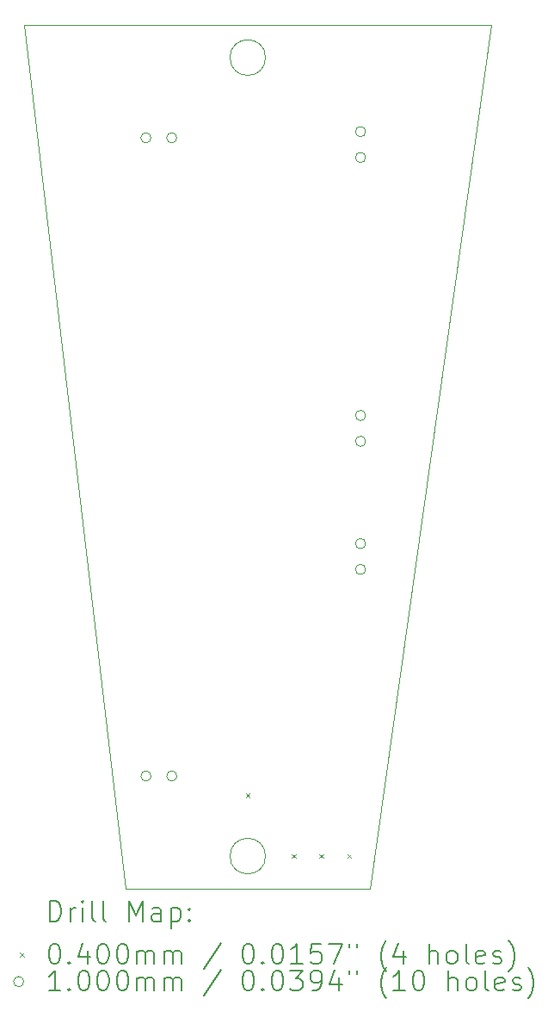
<source format=gbr>
%TF.GenerationSoftware,KiCad,Pcbnew,6.0.11-2627ca5db0~126~ubuntu22.04.1*%
%TF.CreationDate,2023-10-21T17:05:46+02:00*%
%TF.ProjectId,CC_LED_Driver,43435f4c-4544-45f4-9472-697665722e6b,rev?*%
%TF.SameCoordinates,Original*%
%TF.FileFunction,Drillmap*%
%TF.FilePolarity,Positive*%
%FSLAX45Y45*%
G04 Gerber Fmt 4.5, Leading zero omitted, Abs format (unit mm)*
G04 Created by KiCad (PCBNEW 6.0.11-2627ca5db0~126~ubuntu22.04.1) date 2023-10-21 17:05:46*
%MOMM*%
%LPD*%
G01*
G04 APERTURE LIST*
%ADD10C,0.100000*%
%ADD11C,0.200000*%
%ADD12C,0.040000*%
G04 APERTURE END LIST*
D10*
X11250000Y-14600000D02*
X10250000Y-6100000D01*
X12625000Y-6425000D02*
G75*
G03*
X12625000Y-6425000I-175000J0D01*
G01*
X14850000Y-6100000D02*
X10250000Y-6100000D01*
X13650000Y-14600000D02*
X14850000Y-6100000D01*
X12625000Y-14275000D02*
G75*
G03*
X12625000Y-14275000I-175000J0D01*
G01*
X11250000Y-14600000D02*
X13650000Y-14600000D01*
D11*
D12*
X12430000Y-13655000D02*
X12470000Y-13695000D01*
X12470000Y-13655000D02*
X12430000Y-13695000D01*
X12880000Y-14255000D02*
X12920000Y-14295000D01*
X12920000Y-14255000D02*
X12880000Y-14295000D01*
X13155000Y-14255000D02*
X13195000Y-14295000D01*
X13195000Y-14255000D02*
X13155000Y-14295000D01*
X13430000Y-14255000D02*
X13470000Y-14295000D01*
X13470000Y-14255000D02*
X13430000Y-14295000D01*
D10*
X11497500Y-7212500D02*
G75*
G03*
X11497500Y-7212500I-50000J0D01*
G01*
X11498500Y-13487500D02*
G75*
G03*
X11498500Y-13487500I-50000J0D01*
G01*
X11751500Y-7212500D02*
G75*
G03*
X11751500Y-7212500I-50000J0D01*
G01*
X11752500Y-13487500D02*
G75*
G03*
X11752500Y-13487500I-50000J0D01*
G01*
X13610000Y-7152500D02*
G75*
G03*
X13610000Y-7152500I-50000J0D01*
G01*
X13610000Y-7406500D02*
G75*
G03*
X13610000Y-7406500I-50000J0D01*
G01*
X13610000Y-9942500D02*
G75*
G03*
X13610000Y-9942500I-50000J0D01*
G01*
X13610000Y-10196500D02*
G75*
G03*
X13610000Y-10196500I-50000J0D01*
G01*
X13610000Y-11202500D02*
G75*
G03*
X13610000Y-11202500I-50000J0D01*
G01*
X13610000Y-11456500D02*
G75*
G03*
X13610000Y-11456500I-50000J0D01*
G01*
D11*
X10502619Y-14915476D02*
X10502619Y-14715476D01*
X10550238Y-14715476D01*
X10578810Y-14725000D01*
X10597857Y-14744048D01*
X10607381Y-14763095D01*
X10616905Y-14801190D01*
X10616905Y-14829762D01*
X10607381Y-14867857D01*
X10597857Y-14886905D01*
X10578810Y-14905952D01*
X10550238Y-14915476D01*
X10502619Y-14915476D01*
X10702619Y-14915476D02*
X10702619Y-14782143D01*
X10702619Y-14820238D02*
X10712143Y-14801190D01*
X10721667Y-14791667D01*
X10740714Y-14782143D01*
X10759762Y-14782143D01*
X10826429Y-14915476D02*
X10826429Y-14782143D01*
X10826429Y-14715476D02*
X10816905Y-14725000D01*
X10826429Y-14734524D01*
X10835952Y-14725000D01*
X10826429Y-14715476D01*
X10826429Y-14734524D01*
X10950238Y-14915476D02*
X10931190Y-14905952D01*
X10921667Y-14886905D01*
X10921667Y-14715476D01*
X11055000Y-14915476D02*
X11035952Y-14905952D01*
X11026429Y-14886905D01*
X11026429Y-14715476D01*
X11283571Y-14915476D02*
X11283571Y-14715476D01*
X11350238Y-14858333D01*
X11416905Y-14715476D01*
X11416905Y-14915476D01*
X11597857Y-14915476D02*
X11597857Y-14810714D01*
X11588333Y-14791667D01*
X11569286Y-14782143D01*
X11531190Y-14782143D01*
X11512143Y-14791667D01*
X11597857Y-14905952D02*
X11578809Y-14915476D01*
X11531190Y-14915476D01*
X11512143Y-14905952D01*
X11502619Y-14886905D01*
X11502619Y-14867857D01*
X11512143Y-14848809D01*
X11531190Y-14839286D01*
X11578809Y-14839286D01*
X11597857Y-14829762D01*
X11693095Y-14782143D02*
X11693095Y-14982143D01*
X11693095Y-14791667D02*
X11712143Y-14782143D01*
X11750238Y-14782143D01*
X11769286Y-14791667D01*
X11778809Y-14801190D01*
X11788333Y-14820238D01*
X11788333Y-14877381D01*
X11778809Y-14896428D01*
X11769286Y-14905952D01*
X11750238Y-14915476D01*
X11712143Y-14915476D01*
X11693095Y-14905952D01*
X11874048Y-14896428D02*
X11883571Y-14905952D01*
X11874048Y-14915476D01*
X11864524Y-14905952D01*
X11874048Y-14896428D01*
X11874048Y-14915476D01*
X11874048Y-14791667D02*
X11883571Y-14801190D01*
X11874048Y-14810714D01*
X11864524Y-14801190D01*
X11874048Y-14791667D01*
X11874048Y-14810714D01*
D12*
X10205000Y-15225000D02*
X10245000Y-15265000D01*
X10245000Y-15225000D02*
X10205000Y-15265000D01*
D11*
X10540714Y-15135476D02*
X10559762Y-15135476D01*
X10578810Y-15145000D01*
X10588333Y-15154524D01*
X10597857Y-15173571D01*
X10607381Y-15211667D01*
X10607381Y-15259286D01*
X10597857Y-15297381D01*
X10588333Y-15316428D01*
X10578810Y-15325952D01*
X10559762Y-15335476D01*
X10540714Y-15335476D01*
X10521667Y-15325952D01*
X10512143Y-15316428D01*
X10502619Y-15297381D01*
X10493095Y-15259286D01*
X10493095Y-15211667D01*
X10502619Y-15173571D01*
X10512143Y-15154524D01*
X10521667Y-15145000D01*
X10540714Y-15135476D01*
X10693095Y-15316428D02*
X10702619Y-15325952D01*
X10693095Y-15335476D01*
X10683571Y-15325952D01*
X10693095Y-15316428D01*
X10693095Y-15335476D01*
X10874048Y-15202143D02*
X10874048Y-15335476D01*
X10826429Y-15125952D02*
X10778810Y-15268809D01*
X10902619Y-15268809D01*
X11016905Y-15135476D02*
X11035952Y-15135476D01*
X11055000Y-15145000D01*
X11064524Y-15154524D01*
X11074048Y-15173571D01*
X11083571Y-15211667D01*
X11083571Y-15259286D01*
X11074048Y-15297381D01*
X11064524Y-15316428D01*
X11055000Y-15325952D01*
X11035952Y-15335476D01*
X11016905Y-15335476D01*
X10997857Y-15325952D01*
X10988333Y-15316428D01*
X10978810Y-15297381D01*
X10969286Y-15259286D01*
X10969286Y-15211667D01*
X10978810Y-15173571D01*
X10988333Y-15154524D01*
X10997857Y-15145000D01*
X11016905Y-15135476D01*
X11207381Y-15135476D02*
X11226428Y-15135476D01*
X11245476Y-15145000D01*
X11255000Y-15154524D01*
X11264524Y-15173571D01*
X11274048Y-15211667D01*
X11274048Y-15259286D01*
X11264524Y-15297381D01*
X11255000Y-15316428D01*
X11245476Y-15325952D01*
X11226428Y-15335476D01*
X11207381Y-15335476D01*
X11188333Y-15325952D01*
X11178810Y-15316428D01*
X11169286Y-15297381D01*
X11159762Y-15259286D01*
X11159762Y-15211667D01*
X11169286Y-15173571D01*
X11178810Y-15154524D01*
X11188333Y-15145000D01*
X11207381Y-15135476D01*
X11359762Y-15335476D02*
X11359762Y-15202143D01*
X11359762Y-15221190D02*
X11369286Y-15211667D01*
X11388333Y-15202143D01*
X11416905Y-15202143D01*
X11435952Y-15211667D01*
X11445476Y-15230714D01*
X11445476Y-15335476D01*
X11445476Y-15230714D02*
X11455000Y-15211667D01*
X11474048Y-15202143D01*
X11502619Y-15202143D01*
X11521667Y-15211667D01*
X11531190Y-15230714D01*
X11531190Y-15335476D01*
X11626428Y-15335476D02*
X11626428Y-15202143D01*
X11626428Y-15221190D02*
X11635952Y-15211667D01*
X11655000Y-15202143D01*
X11683571Y-15202143D01*
X11702619Y-15211667D01*
X11712143Y-15230714D01*
X11712143Y-15335476D01*
X11712143Y-15230714D02*
X11721667Y-15211667D01*
X11740714Y-15202143D01*
X11769286Y-15202143D01*
X11788333Y-15211667D01*
X11797857Y-15230714D01*
X11797857Y-15335476D01*
X12188333Y-15125952D02*
X12016905Y-15383095D01*
X12445476Y-15135476D02*
X12464524Y-15135476D01*
X12483571Y-15145000D01*
X12493095Y-15154524D01*
X12502619Y-15173571D01*
X12512143Y-15211667D01*
X12512143Y-15259286D01*
X12502619Y-15297381D01*
X12493095Y-15316428D01*
X12483571Y-15325952D01*
X12464524Y-15335476D01*
X12445476Y-15335476D01*
X12426428Y-15325952D01*
X12416905Y-15316428D01*
X12407381Y-15297381D01*
X12397857Y-15259286D01*
X12397857Y-15211667D01*
X12407381Y-15173571D01*
X12416905Y-15154524D01*
X12426428Y-15145000D01*
X12445476Y-15135476D01*
X12597857Y-15316428D02*
X12607381Y-15325952D01*
X12597857Y-15335476D01*
X12588333Y-15325952D01*
X12597857Y-15316428D01*
X12597857Y-15335476D01*
X12731190Y-15135476D02*
X12750238Y-15135476D01*
X12769286Y-15145000D01*
X12778809Y-15154524D01*
X12788333Y-15173571D01*
X12797857Y-15211667D01*
X12797857Y-15259286D01*
X12788333Y-15297381D01*
X12778809Y-15316428D01*
X12769286Y-15325952D01*
X12750238Y-15335476D01*
X12731190Y-15335476D01*
X12712143Y-15325952D01*
X12702619Y-15316428D01*
X12693095Y-15297381D01*
X12683571Y-15259286D01*
X12683571Y-15211667D01*
X12693095Y-15173571D01*
X12702619Y-15154524D01*
X12712143Y-15145000D01*
X12731190Y-15135476D01*
X12988333Y-15335476D02*
X12874048Y-15335476D01*
X12931190Y-15335476D02*
X12931190Y-15135476D01*
X12912143Y-15164048D01*
X12893095Y-15183095D01*
X12874048Y-15192619D01*
X13169286Y-15135476D02*
X13074048Y-15135476D01*
X13064524Y-15230714D01*
X13074048Y-15221190D01*
X13093095Y-15211667D01*
X13140714Y-15211667D01*
X13159762Y-15221190D01*
X13169286Y-15230714D01*
X13178809Y-15249762D01*
X13178809Y-15297381D01*
X13169286Y-15316428D01*
X13159762Y-15325952D01*
X13140714Y-15335476D01*
X13093095Y-15335476D01*
X13074048Y-15325952D01*
X13064524Y-15316428D01*
X13245476Y-15135476D02*
X13378809Y-15135476D01*
X13293095Y-15335476D01*
X13445476Y-15135476D02*
X13445476Y-15173571D01*
X13521667Y-15135476D02*
X13521667Y-15173571D01*
X13816905Y-15411667D02*
X13807381Y-15402143D01*
X13788333Y-15373571D01*
X13778809Y-15354524D01*
X13769286Y-15325952D01*
X13759762Y-15278333D01*
X13759762Y-15240238D01*
X13769286Y-15192619D01*
X13778809Y-15164048D01*
X13788333Y-15145000D01*
X13807381Y-15116428D01*
X13816905Y-15106905D01*
X13978809Y-15202143D02*
X13978809Y-15335476D01*
X13931190Y-15125952D02*
X13883571Y-15268809D01*
X14007381Y-15268809D01*
X14235952Y-15335476D02*
X14235952Y-15135476D01*
X14321667Y-15335476D02*
X14321667Y-15230714D01*
X14312143Y-15211667D01*
X14293095Y-15202143D01*
X14264524Y-15202143D01*
X14245476Y-15211667D01*
X14235952Y-15221190D01*
X14445476Y-15335476D02*
X14426428Y-15325952D01*
X14416905Y-15316428D01*
X14407381Y-15297381D01*
X14407381Y-15240238D01*
X14416905Y-15221190D01*
X14426428Y-15211667D01*
X14445476Y-15202143D01*
X14474048Y-15202143D01*
X14493095Y-15211667D01*
X14502619Y-15221190D01*
X14512143Y-15240238D01*
X14512143Y-15297381D01*
X14502619Y-15316428D01*
X14493095Y-15325952D01*
X14474048Y-15335476D01*
X14445476Y-15335476D01*
X14626428Y-15335476D02*
X14607381Y-15325952D01*
X14597857Y-15306905D01*
X14597857Y-15135476D01*
X14778809Y-15325952D02*
X14759762Y-15335476D01*
X14721667Y-15335476D01*
X14702619Y-15325952D01*
X14693095Y-15306905D01*
X14693095Y-15230714D01*
X14702619Y-15211667D01*
X14721667Y-15202143D01*
X14759762Y-15202143D01*
X14778809Y-15211667D01*
X14788333Y-15230714D01*
X14788333Y-15249762D01*
X14693095Y-15268809D01*
X14864524Y-15325952D02*
X14883571Y-15335476D01*
X14921667Y-15335476D01*
X14940714Y-15325952D01*
X14950238Y-15306905D01*
X14950238Y-15297381D01*
X14940714Y-15278333D01*
X14921667Y-15268809D01*
X14893095Y-15268809D01*
X14874048Y-15259286D01*
X14864524Y-15240238D01*
X14864524Y-15230714D01*
X14874048Y-15211667D01*
X14893095Y-15202143D01*
X14921667Y-15202143D01*
X14940714Y-15211667D01*
X15016905Y-15411667D02*
X15026428Y-15402143D01*
X15045476Y-15373571D01*
X15055000Y-15354524D01*
X15064524Y-15325952D01*
X15074048Y-15278333D01*
X15074048Y-15240238D01*
X15064524Y-15192619D01*
X15055000Y-15164048D01*
X15045476Y-15145000D01*
X15026428Y-15116428D01*
X15016905Y-15106905D01*
D10*
X10245000Y-15509000D02*
G75*
G03*
X10245000Y-15509000I-50000J0D01*
G01*
D11*
X10607381Y-15599476D02*
X10493095Y-15599476D01*
X10550238Y-15599476D02*
X10550238Y-15399476D01*
X10531190Y-15428048D01*
X10512143Y-15447095D01*
X10493095Y-15456619D01*
X10693095Y-15580428D02*
X10702619Y-15589952D01*
X10693095Y-15599476D01*
X10683571Y-15589952D01*
X10693095Y-15580428D01*
X10693095Y-15599476D01*
X10826429Y-15399476D02*
X10845476Y-15399476D01*
X10864524Y-15409000D01*
X10874048Y-15418524D01*
X10883571Y-15437571D01*
X10893095Y-15475667D01*
X10893095Y-15523286D01*
X10883571Y-15561381D01*
X10874048Y-15580428D01*
X10864524Y-15589952D01*
X10845476Y-15599476D01*
X10826429Y-15599476D01*
X10807381Y-15589952D01*
X10797857Y-15580428D01*
X10788333Y-15561381D01*
X10778810Y-15523286D01*
X10778810Y-15475667D01*
X10788333Y-15437571D01*
X10797857Y-15418524D01*
X10807381Y-15409000D01*
X10826429Y-15399476D01*
X11016905Y-15399476D02*
X11035952Y-15399476D01*
X11055000Y-15409000D01*
X11064524Y-15418524D01*
X11074048Y-15437571D01*
X11083571Y-15475667D01*
X11083571Y-15523286D01*
X11074048Y-15561381D01*
X11064524Y-15580428D01*
X11055000Y-15589952D01*
X11035952Y-15599476D01*
X11016905Y-15599476D01*
X10997857Y-15589952D01*
X10988333Y-15580428D01*
X10978810Y-15561381D01*
X10969286Y-15523286D01*
X10969286Y-15475667D01*
X10978810Y-15437571D01*
X10988333Y-15418524D01*
X10997857Y-15409000D01*
X11016905Y-15399476D01*
X11207381Y-15399476D02*
X11226428Y-15399476D01*
X11245476Y-15409000D01*
X11255000Y-15418524D01*
X11264524Y-15437571D01*
X11274048Y-15475667D01*
X11274048Y-15523286D01*
X11264524Y-15561381D01*
X11255000Y-15580428D01*
X11245476Y-15589952D01*
X11226428Y-15599476D01*
X11207381Y-15599476D01*
X11188333Y-15589952D01*
X11178810Y-15580428D01*
X11169286Y-15561381D01*
X11159762Y-15523286D01*
X11159762Y-15475667D01*
X11169286Y-15437571D01*
X11178810Y-15418524D01*
X11188333Y-15409000D01*
X11207381Y-15399476D01*
X11359762Y-15599476D02*
X11359762Y-15466143D01*
X11359762Y-15485190D02*
X11369286Y-15475667D01*
X11388333Y-15466143D01*
X11416905Y-15466143D01*
X11435952Y-15475667D01*
X11445476Y-15494714D01*
X11445476Y-15599476D01*
X11445476Y-15494714D02*
X11455000Y-15475667D01*
X11474048Y-15466143D01*
X11502619Y-15466143D01*
X11521667Y-15475667D01*
X11531190Y-15494714D01*
X11531190Y-15599476D01*
X11626428Y-15599476D02*
X11626428Y-15466143D01*
X11626428Y-15485190D02*
X11635952Y-15475667D01*
X11655000Y-15466143D01*
X11683571Y-15466143D01*
X11702619Y-15475667D01*
X11712143Y-15494714D01*
X11712143Y-15599476D01*
X11712143Y-15494714D02*
X11721667Y-15475667D01*
X11740714Y-15466143D01*
X11769286Y-15466143D01*
X11788333Y-15475667D01*
X11797857Y-15494714D01*
X11797857Y-15599476D01*
X12188333Y-15389952D02*
X12016905Y-15647095D01*
X12445476Y-15399476D02*
X12464524Y-15399476D01*
X12483571Y-15409000D01*
X12493095Y-15418524D01*
X12502619Y-15437571D01*
X12512143Y-15475667D01*
X12512143Y-15523286D01*
X12502619Y-15561381D01*
X12493095Y-15580428D01*
X12483571Y-15589952D01*
X12464524Y-15599476D01*
X12445476Y-15599476D01*
X12426428Y-15589952D01*
X12416905Y-15580428D01*
X12407381Y-15561381D01*
X12397857Y-15523286D01*
X12397857Y-15475667D01*
X12407381Y-15437571D01*
X12416905Y-15418524D01*
X12426428Y-15409000D01*
X12445476Y-15399476D01*
X12597857Y-15580428D02*
X12607381Y-15589952D01*
X12597857Y-15599476D01*
X12588333Y-15589952D01*
X12597857Y-15580428D01*
X12597857Y-15599476D01*
X12731190Y-15399476D02*
X12750238Y-15399476D01*
X12769286Y-15409000D01*
X12778809Y-15418524D01*
X12788333Y-15437571D01*
X12797857Y-15475667D01*
X12797857Y-15523286D01*
X12788333Y-15561381D01*
X12778809Y-15580428D01*
X12769286Y-15589952D01*
X12750238Y-15599476D01*
X12731190Y-15599476D01*
X12712143Y-15589952D01*
X12702619Y-15580428D01*
X12693095Y-15561381D01*
X12683571Y-15523286D01*
X12683571Y-15475667D01*
X12693095Y-15437571D01*
X12702619Y-15418524D01*
X12712143Y-15409000D01*
X12731190Y-15399476D01*
X12864524Y-15399476D02*
X12988333Y-15399476D01*
X12921667Y-15475667D01*
X12950238Y-15475667D01*
X12969286Y-15485190D01*
X12978809Y-15494714D01*
X12988333Y-15513762D01*
X12988333Y-15561381D01*
X12978809Y-15580428D01*
X12969286Y-15589952D01*
X12950238Y-15599476D01*
X12893095Y-15599476D01*
X12874048Y-15589952D01*
X12864524Y-15580428D01*
X13083571Y-15599476D02*
X13121667Y-15599476D01*
X13140714Y-15589952D01*
X13150238Y-15580428D01*
X13169286Y-15551857D01*
X13178809Y-15513762D01*
X13178809Y-15437571D01*
X13169286Y-15418524D01*
X13159762Y-15409000D01*
X13140714Y-15399476D01*
X13102619Y-15399476D01*
X13083571Y-15409000D01*
X13074048Y-15418524D01*
X13064524Y-15437571D01*
X13064524Y-15485190D01*
X13074048Y-15504238D01*
X13083571Y-15513762D01*
X13102619Y-15523286D01*
X13140714Y-15523286D01*
X13159762Y-15513762D01*
X13169286Y-15504238D01*
X13178809Y-15485190D01*
X13350238Y-15466143D02*
X13350238Y-15599476D01*
X13302619Y-15389952D02*
X13255000Y-15532809D01*
X13378809Y-15532809D01*
X13445476Y-15399476D02*
X13445476Y-15437571D01*
X13521667Y-15399476D02*
X13521667Y-15437571D01*
X13816905Y-15675667D02*
X13807381Y-15666143D01*
X13788333Y-15637571D01*
X13778809Y-15618524D01*
X13769286Y-15589952D01*
X13759762Y-15542333D01*
X13759762Y-15504238D01*
X13769286Y-15456619D01*
X13778809Y-15428048D01*
X13788333Y-15409000D01*
X13807381Y-15380428D01*
X13816905Y-15370905D01*
X13997857Y-15599476D02*
X13883571Y-15599476D01*
X13940714Y-15599476D02*
X13940714Y-15399476D01*
X13921667Y-15428048D01*
X13902619Y-15447095D01*
X13883571Y-15456619D01*
X14121667Y-15399476D02*
X14140714Y-15399476D01*
X14159762Y-15409000D01*
X14169286Y-15418524D01*
X14178809Y-15437571D01*
X14188333Y-15475667D01*
X14188333Y-15523286D01*
X14178809Y-15561381D01*
X14169286Y-15580428D01*
X14159762Y-15589952D01*
X14140714Y-15599476D01*
X14121667Y-15599476D01*
X14102619Y-15589952D01*
X14093095Y-15580428D01*
X14083571Y-15561381D01*
X14074048Y-15523286D01*
X14074048Y-15475667D01*
X14083571Y-15437571D01*
X14093095Y-15418524D01*
X14102619Y-15409000D01*
X14121667Y-15399476D01*
X14426428Y-15599476D02*
X14426428Y-15399476D01*
X14512143Y-15599476D02*
X14512143Y-15494714D01*
X14502619Y-15475667D01*
X14483571Y-15466143D01*
X14455000Y-15466143D01*
X14435952Y-15475667D01*
X14426428Y-15485190D01*
X14635952Y-15599476D02*
X14616905Y-15589952D01*
X14607381Y-15580428D01*
X14597857Y-15561381D01*
X14597857Y-15504238D01*
X14607381Y-15485190D01*
X14616905Y-15475667D01*
X14635952Y-15466143D01*
X14664524Y-15466143D01*
X14683571Y-15475667D01*
X14693095Y-15485190D01*
X14702619Y-15504238D01*
X14702619Y-15561381D01*
X14693095Y-15580428D01*
X14683571Y-15589952D01*
X14664524Y-15599476D01*
X14635952Y-15599476D01*
X14816905Y-15599476D02*
X14797857Y-15589952D01*
X14788333Y-15570905D01*
X14788333Y-15399476D01*
X14969286Y-15589952D02*
X14950238Y-15599476D01*
X14912143Y-15599476D01*
X14893095Y-15589952D01*
X14883571Y-15570905D01*
X14883571Y-15494714D01*
X14893095Y-15475667D01*
X14912143Y-15466143D01*
X14950238Y-15466143D01*
X14969286Y-15475667D01*
X14978809Y-15494714D01*
X14978809Y-15513762D01*
X14883571Y-15532809D01*
X15055000Y-15589952D02*
X15074048Y-15599476D01*
X15112143Y-15599476D01*
X15131190Y-15589952D01*
X15140714Y-15570905D01*
X15140714Y-15561381D01*
X15131190Y-15542333D01*
X15112143Y-15532809D01*
X15083571Y-15532809D01*
X15064524Y-15523286D01*
X15055000Y-15504238D01*
X15055000Y-15494714D01*
X15064524Y-15475667D01*
X15083571Y-15466143D01*
X15112143Y-15466143D01*
X15131190Y-15475667D01*
X15207381Y-15675667D02*
X15216905Y-15666143D01*
X15235952Y-15637571D01*
X15245476Y-15618524D01*
X15255000Y-15589952D01*
X15264524Y-15542333D01*
X15264524Y-15504238D01*
X15255000Y-15456619D01*
X15245476Y-15428048D01*
X15235952Y-15409000D01*
X15216905Y-15380428D01*
X15207381Y-15370905D01*
M02*

</source>
